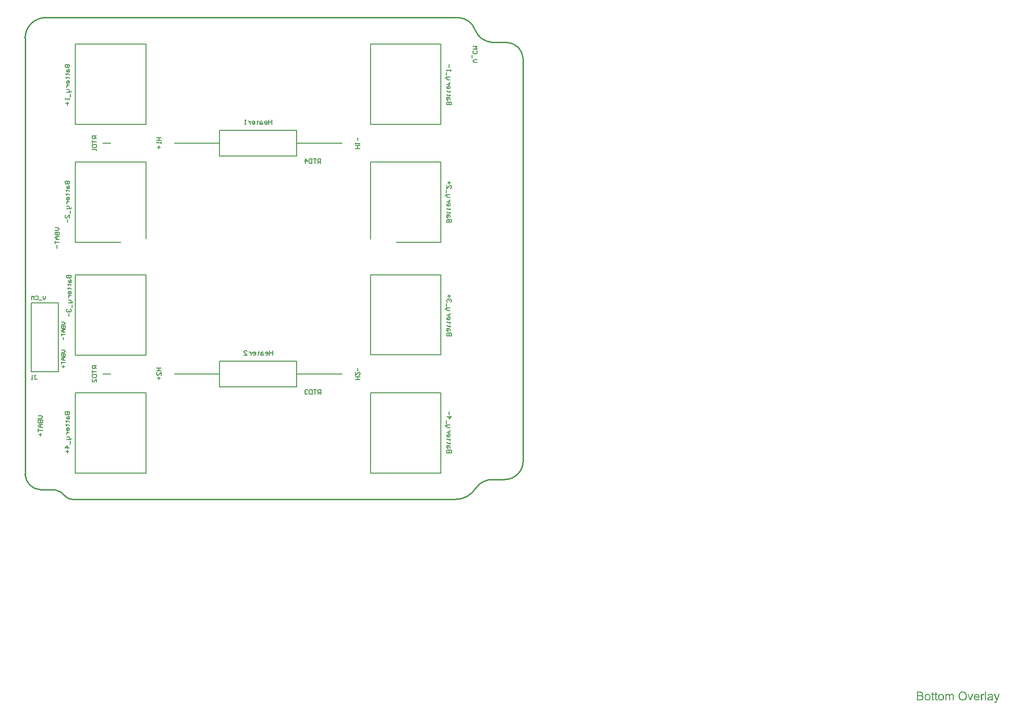
<source format=gbo>
G04*
G04 #@! TF.GenerationSoftware,Altium Limited,Altium Designer,18.1.7 (191)*
G04*
G04 Layer_Color=32896*
%FSLAX25Y25*%
%MOIN*%
G70*
G01*
G75*
%ADD10C,0.00787*%
%ADD12C,0.01000*%
%ADD15C,0.00799*%
%ADD36C,0.00709*%
G36*
X696721Y-140876D02*
X696822Y-140894D01*
X696940Y-140930D01*
X697068Y-140976D01*
X697213Y-141040D01*
X697368Y-141122D01*
X697086Y-141832D01*
X697077Y-141823D01*
X697040Y-141805D01*
X696986Y-141778D01*
X696913Y-141750D01*
X696831Y-141723D01*
X696731Y-141695D01*
X696630Y-141677D01*
X696530Y-141668D01*
X696485D01*
X696439Y-141677D01*
X696375Y-141686D01*
X696311Y-141705D01*
X696229Y-141732D01*
X696147Y-141768D01*
X696075Y-141823D01*
X696066Y-141832D01*
X696038Y-141850D01*
X696011Y-141887D01*
X695965Y-141932D01*
X695920Y-141996D01*
X695874Y-142069D01*
X695829Y-142151D01*
X695792Y-142251D01*
X695783Y-142269D01*
X695774Y-142324D01*
X695756Y-142406D01*
X695728Y-142515D01*
X695701Y-142652D01*
X695683Y-142807D01*
X695674Y-142971D01*
X695665Y-143153D01*
Y-145540D01*
X694890D01*
Y-140967D01*
X695592D01*
Y-141659D01*
X695601Y-141650D01*
X695637Y-141586D01*
X695683Y-141504D01*
X695756Y-141404D01*
X695829Y-141304D01*
X695911Y-141194D01*
X695993Y-141103D01*
X696075Y-141031D01*
X696084Y-141021D01*
X696111Y-141003D01*
X696166Y-140976D01*
X696220Y-140948D01*
X696293Y-140921D01*
X696384Y-140894D01*
X696475Y-140876D01*
X696576Y-140866D01*
X696639D01*
X696721Y-140876D01*
D02*
G37*
G36*
X673837D02*
X673901D01*
X673965Y-140885D01*
X674120Y-140912D01*
X674284Y-140958D01*
X674457Y-141031D01*
X674630Y-141122D01*
X674775Y-141249D01*
X674794Y-141267D01*
X674830Y-141322D01*
X674894Y-141404D01*
X674921Y-141468D01*
X674958Y-141532D01*
X674994Y-141613D01*
X675021Y-141695D01*
X675058Y-141787D01*
X675085Y-141896D01*
X675103Y-142005D01*
X675122Y-142133D01*
X675140Y-142260D01*
Y-142406D01*
Y-145540D01*
X674365D01*
Y-142670D01*
Y-142661D01*
Y-142652D01*
Y-142597D01*
Y-142515D01*
X674356Y-142415D01*
X674347Y-142306D01*
X674338Y-142197D01*
X674320Y-142087D01*
X674293Y-142005D01*
Y-141996D01*
X674274Y-141969D01*
X674256Y-141932D01*
X674229Y-141887D01*
X674192Y-141832D01*
X674147Y-141778D01*
X674092Y-141723D01*
X674019Y-141668D01*
X674010Y-141659D01*
X673983Y-141650D01*
X673946Y-141632D01*
X673883Y-141604D01*
X673819Y-141577D01*
X673737Y-141559D01*
X673655Y-141550D01*
X673555Y-141541D01*
X673509D01*
X673473Y-141550D01*
X673382Y-141559D01*
X673272Y-141577D01*
X673145Y-141623D01*
X673008Y-141677D01*
X672871Y-141759D01*
X672744Y-141869D01*
X672735Y-141887D01*
X672698Y-141932D01*
X672644Y-142005D01*
X672589Y-142115D01*
X672525Y-142260D01*
X672480Y-142433D01*
X672443Y-142643D01*
X672425Y-142889D01*
Y-145540D01*
X671651D01*
Y-142579D01*
Y-142570D01*
Y-142552D01*
Y-142534D01*
Y-142497D01*
X671642Y-142397D01*
X671623Y-142288D01*
X671605Y-142160D01*
X671569Y-142033D01*
X671523Y-141914D01*
X671459Y-141805D01*
X671450Y-141796D01*
X671423Y-141759D01*
X671377Y-141723D01*
X671314Y-141668D01*
X671232Y-141623D01*
X671122Y-141577D01*
X670995Y-141550D01*
X670840Y-141541D01*
X670785D01*
X670721Y-141550D01*
X670649Y-141559D01*
X670557Y-141586D01*
X670448Y-141613D01*
X670348Y-141659D01*
X670239Y-141714D01*
X670229Y-141723D01*
X670193Y-141750D01*
X670148Y-141787D01*
X670084Y-141841D01*
X670020Y-141914D01*
X669956Y-142005D01*
X669892Y-142105D01*
X669838Y-142224D01*
X669829Y-142242D01*
X669820Y-142288D01*
X669801Y-142360D01*
X669774Y-142461D01*
X669747Y-142597D01*
X669729Y-142761D01*
X669719Y-142953D01*
X669710Y-143171D01*
Y-145540D01*
X668936D01*
Y-140967D01*
X669628D01*
Y-141623D01*
X669637Y-141604D01*
X669665Y-141568D01*
X669719Y-141504D01*
X669783Y-141431D01*
X669865Y-141340D01*
X669965Y-141249D01*
X670075Y-141158D01*
X670202Y-141076D01*
X670220Y-141067D01*
X670266Y-141040D01*
X670339Y-141012D01*
X670439Y-140967D01*
X670557Y-140930D01*
X670694Y-140903D01*
X670849Y-140876D01*
X671013Y-140866D01*
X671095D01*
X671195Y-140876D01*
X671305Y-140894D01*
X671441Y-140921D01*
X671578Y-140958D01*
X671714Y-141012D01*
X671842Y-141085D01*
X671860Y-141094D01*
X671897Y-141122D01*
X671951Y-141167D01*
X672024Y-141240D01*
X672097Y-141322D01*
X672179Y-141422D01*
X672252Y-141541D01*
X672307Y-141677D01*
X672316Y-141668D01*
X672334Y-141641D01*
X672361Y-141604D01*
X672407Y-141550D01*
X672462Y-141486D01*
X672525Y-141422D01*
X672598Y-141349D01*
X672689Y-141267D01*
X672789Y-141194D01*
X672890Y-141122D01*
X673008Y-141058D01*
X673136Y-140994D01*
X673272Y-140939D01*
X673418Y-140903D01*
X673564Y-140876D01*
X673728Y-140866D01*
X673792D01*
X673837Y-140876D01*
D02*
G37*
G36*
X687566Y-145540D02*
X686828D01*
X685106Y-140967D01*
X685926D01*
X686910Y-143709D01*
Y-143718D01*
X686919Y-143727D01*
X686928Y-143754D01*
X686937Y-143782D01*
X686965Y-143873D01*
X687001Y-143991D01*
X687047Y-144128D01*
X687101Y-144283D01*
X687147Y-144456D01*
X687201Y-144629D01*
X687211Y-144611D01*
X687220Y-144565D01*
X687247Y-144492D01*
X687274Y-144383D01*
X687320Y-144264D01*
X687365Y-144110D01*
X687429Y-143946D01*
X687493Y-143763D01*
X688504Y-140967D01*
X689306D01*
X687566Y-145540D01*
D02*
G37*
G36*
X706697Y-145613D02*
Y-145622D01*
X706688Y-145649D01*
X706670Y-145686D01*
X706651Y-145731D01*
X706624Y-145795D01*
X706597Y-145868D01*
X706533Y-146023D01*
X706469Y-146196D01*
X706396Y-146369D01*
X706323Y-146524D01*
X706287Y-146588D01*
X706260Y-146651D01*
X706250Y-146670D01*
X706223Y-146715D01*
X706178Y-146779D01*
X706123Y-146861D01*
X706050Y-146952D01*
X705968Y-147043D01*
X705886Y-147134D01*
X705786Y-147207D01*
X705777Y-147216D01*
X705740Y-147234D01*
X705686Y-147262D01*
X705604Y-147298D01*
X705513Y-147335D01*
X705403Y-147362D01*
X705285Y-147380D01*
X705148Y-147389D01*
X705112D01*
X705066Y-147380D01*
X705002D01*
X704929Y-147362D01*
X704847Y-147344D01*
X704756Y-147326D01*
X704656Y-147289D01*
X704574Y-146569D01*
X704583D01*
X704620Y-146579D01*
X704665Y-146588D01*
X704720Y-146606D01*
X704866Y-146633D01*
X705012Y-146642D01*
X705057D01*
X705103Y-146633D01*
X705157D01*
X705294Y-146606D01*
X705358Y-146579D01*
X705421Y-146551D01*
X705431D01*
X705449Y-146533D01*
X705476Y-146515D01*
X705513Y-146487D01*
X705594Y-146414D01*
X705667Y-146314D01*
Y-146305D01*
X705686Y-146287D01*
X705704Y-146250D01*
X705722Y-146196D01*
X705758Y-146123D01*
X705795Y-146014D01*
X705850Y-145886D01*
X705904Y-145731D01*
Y-145722D01*
X705923Y-145686D01*
X705941Y-145622D01*
X705977Y-145540D01*
X704246Y-140967D01*
X705066D01*
X706023Y-143618D01*
Y-143627D01*
X706032Y-143636D01*
X706041Y-143663D01*
X706050Y-143709D01*
X706068Y-143754D01*
X706086Y-143809D01*
X706132Y-143937D01*
X706187Y-144091D01*
X706241Y-144274D01*
X706296Y-144465D01*
X706351Y-144675D01*
Y-144665D01*
X706360Y-144647D01*
X706369Y-144620D01*
X706378Y-144583D01*
X706387Y-144538D01*
X706405Y-144483D01*
X706442Y-144346D01*
X706487Y-144192D01*
X706551Y-144009D01*
X706606Y-143827D01*
X706679Y-143636D01*
X707662Y-140967D01*
X708437D01*
X706697Y-145613D01*
D02*
G37*
G36*
X701923Y-140876D02*
X702060Y-140885D01*
X702215Y-140903D01*
X702370Y-140930D01*
X702525Y-140967D01*
X702670Y-141012D01*
X702688Y-141021D01*
X702734Y-141040D01*
X702798Y-141067D01*
X702880Y-141103D01*
X702971Y-141158D01*
X703062Y-141213D01*
X703144Y-141286D01*
X703217Y-141358D01*
X703226Y-141367D01*
X703244Y-141395D01*
X703271Y-141440D01*
X703308Y-141495D01*
X703354Y-141577D01*
X703390Y-141659D01*
X703426Y-141759D01*
X703454Y-141878D01*
Y-141887D01*
X703463Y-141914D01*
X703472Y-141969D01*
X703481Y-142042D01*
Y-142142D01*
X703490Y-142260D01*
X703499Y-142415D01*
Y-142588D01*
Y-143627D01*
Y-143636D01*
Y-143672D01*
Y-143727D01*
Y-143800D01*
Y-143882D01*
Y-143982D01*
X703508Y-144201D01*
Y-144429D01*
X703517Y-144656D01*
X703527Y-144756D01*
Y-144848D01*
X703536Y-144930D01*
X703545Y-144993D01*
Y-145002D01*
X703554Y-145039D01*
X703563Y-145094D01*
X703590Y-145166D01*
X703609Y-145248D01*
X703645Y-145340D01*
X703690Y-145440D01*
X703736Y-145540D01*
X702925D01*
X702916Y-145531D01*
X702907Y-145494D01*
X702889Y-145449D01*
X702861Y-145376D01*
X702834Y-145294D01*
X702816Y-145194D01*
X702798Y-145084D01*
X702779Y-144966D01*
X702770D01*
X702761Y-144984D01*
X702707Y-145030D01*
X702625Y-145094D01*
X702515Y-145176D01*
X702379Y-145257D01*
X702242Y-145349D01*
X702096Y-145431D01*
X701941Y-145494D01*
X701923Y-145503D01*
X701868Y-145513D01*
X701787Y-145540D01*
X701686Y-145567D01*
X701559Y-145595D01*
X701413Y-145613D01*
X701249Y-145631D01*
X701085Y-145640D01*
X701012D01*
X700957Y-145631D01*
X700894D01*
X700821Y-145622D01*
X700657Y-145595D01*
X700475Y-145549D01*
X700274Y-145485D01*
X700092Y-145394D01*
X699928Y-145276D01*
X699910Y-145257D01*
X699864Y-145212D01*
X699801Y-145130D01*
X699728Y-145021D01*
X699655Y-144884D01*
X699591Y-144729D01*
X699545Y-144538D01*
X699536Y-144447D01*
X699527Y-144337D01*
Y-144319D01*
Y-144283D01*
X699536Y-144219D01*
X699545Y-144137D01*
X699564Y-144037D01*
X699591Y-143937D01*
X699627Y-143827D01*
X699673Y-143727D01*
X699682Y-143718D01*
X699700Y-143682D01*
X699737Y-143627D01*
X699782Y-143563D01*
X699837Y-143490D01*
X699910Y-143417D01*
X699983Y-143344D01*
X700074Y-143281D01*
X700083Y-143272D01*
X700119Y-143253D01*
X700165Y-143217D01*
X700238Y-143180D01*
X700320Y-143144D01*
X700420Y-143098D01*
X700520Y-143062D01*
X700639Y-143026D01*
X700648D01*
X700684Y-143017D01*
X700739Y-142998D01*
X700812Y-142989D01*
X700903Y-142971D01*
X701021Y-142953D01*
X701158Y-142925D01*
X701322Y-142907D01*
X701331D01*
X701368Y-142898D01*
X701413D01*
X701477Y-142889D01*
X701550Y-142880D01*
X701641Y-142862D01*
X701741Y-142852D01*
X701850Y-142834D01*
X702069Y-142789D01*
X702306Y-142743D01*
X702515Y-142689D01*
X702616Y-142661D01*
X702707Y-142634D01*
Y-142625D01*
Y-142606D01*
X702716Y-142552D01*
Y-142488D01*
Y-142452D01*
Y-142433D01*
Y-142424D01*
Y-142415D01*
Y-142360D01*
X702707Y-142269D01*
X702688Y-142169D01*
X702661Y-142060D01*
X702616Y-141951D01*
X702561Y-141850D01*
X702488Y-141768D01*
X702479Y-141759D01*
X702433Y-141723D01*
X702360Y-141686D01*
X702269Y-141632D01*
X702142Y-141586D01*
X701996Y-141541D01*
X701814Y-141513D01*
X701604Y-141504D01*
X701513D01*
X701422Y-141513D01*
X701295Y-141532D01*
X701167Y-141550D01*
X701030Y-141586D01*
X700903Y-141632D01*
X700794Y-141695D01*
X700784Y-141705D01*
X700748Y-141732D01*
X700702Y-141778D01*
X700648Y-141850D01*
X700593Y-141941D01*
X700529Y-142060D01*
X700475Y-142206D01*
X700420Y-142370D01*
X699664Y-142269D01*
Y-142260D01*
X699673Y-142251D01*
Y-142224D01*
X699682Y-142187D01*
X699710Y-142105D01*
X699746Y-141987D01*
X699791Y-141869D01*
X699846Y-141741D01*
X699919Y-141613D01*
X700001Y-141495D01*
X700010Y-141486D01*
X700046Y-141449D01*
X700101Y-141395D01*
X700174Y-141322D01*
X700274Y-141249D01*
X700393Y-141176D01*
X700529Y-141094D01*
X700684Y-141031D01*
X700693D01*
X700702Y-141021D01*
X700730Y-141012D01*
X700766Y-141003D01*
X700857Y-140976D01*
X700985Y-140948D01*
X701131Y-140921D01*
X701313Y-140894D01*
X701504Y-140876D01*
X701723Y-140866D01*
X701823D01*
X701923Y-140876D01*
D02*
G37*
G36*
X698589Y-145540D02*
X697815D01*
Y-139236D01*
X698589D01*
Y-145540D01*
D02*
G37*
G36*
X650971Y-139245D02*
X651044D01*
X651208Y-139263D01*
X651390Y-139281D01*
X651581Y-139318D01*
X651773Y-139363D01*
X651946Y-139427D01*
X651955D01*
X651964Y-139436D01*
X652019Y-139464D01*
X652101Y-139509D01*
X652192Y-139573D01*
X652301Y-139655D01*
X652420Y-139755D01*
X652529Y-139883D01*
X652629Y-140019D01*
X652638Y-140038D01*
X652665Y-140092D01*
X652711Y-140165D01*
X652757Y-140274D01*
X652802Y-140402D01*
X652848Y-140539D01*
X652875Y-140693D01*
X652884Y-140848D01*
Y-140866D01*
Y-140912D01*
X652875Y-140994D01*
X652857Y-141094D01*
X652829Y-141213D01*
X652784Y-141340D01*
X652729Y-141468D01*
X652656Y-141604D01*
X652647Y-141623D01*
X652620Y-141659D01*
X652565Y-141732D01*
X652492Y-141805D01*
X652401Y-141896D01*
X652292Y-141996D01*
X652155Y-142087D01*
X652000Y-142178D01*
X652009D01*
X652028Y-142187D01*
X652055Y-142197D01*
X652092Y-142215D01*
X652201Y-142251D01*
X652328Y-142315D01*
X652465Y-142397D01*
X652620Y-142497D01*
X652757Y-142616D01*
X652884Y-142761D01*
X652893Y-142780D01*
X652930Y-142834D01*
X652984Y-142916D01*
X653039Y-143026D01*
X653094Y-143171D01*
X653148Y-143326D01*
X653185Y-143508D01*
X653194Y-143709D01*
Y-143718D01*
Y-143727D01*
Y-143782D01*
X653185Y-143873D01*
X653166Y-143982D01*
X653148Y-144110D01*
X653112Y-144246D01*
X653066Y-144392D01*
X653003Y-144538D01*
X652993Y-144556D01*
X652966Y-144602D01*
X652930Y-144665D01*
X652875Y-144756D01*
X652802Y-144848D01*
X652729Y-144948D01*
X652638Y-145048D01*
X652538Y-145130D01*
X652529Y-145139D01*
X652492Y-145166D01*
X652429Y-145203D01*
X652347Y-145239D01*
X652246Y-145294D01*
X652128Y-145349D01*
X652000Y-145394D01*
X651846Y-145440D01*
X651827D01*
X651773Y-145458D01*
X651682Y-145467D01*
X651563Y-145485D01*
X651417Y-145503D01*
X651244Y-145522D01*
X651053Y-145531D01*
X650834Y-145540D01*
X648429D01*
Y-139236D01*
X650907D01*
X650971Y-139245D01*
D02*
G37*
G36*
X662495Y-140967D02*
X663279D01*
Y-141568D01*
X662495D01*
Y-144255D01*
Y-144274D01*
Y-144310D01*
Y-144365D01*
X662504Y-144429D01*
X662513Y-144574D01*
X662523Y-144638D01*
X662532Y-144684D01*
X662541Y-144702D01*
X662568Y-144738D01*
X662604Y-144784D01*
X662668Y-144829D01*
X662686Y-144838D01*
X662732Y-144857D01*
X662814Y-144875D01*
X662932Y-144884D01*
X663024D01*
X663069Y-144875D01*
X663133D01*
X663206Y-144866D01*
X663279Y-144857D01*
X663379Y-145540D01*
X663361D01*
X663324Y-145549D01*
X663260Y-145558D01*
X663178Y-145567D01*
X663087Y-145586D01*
X662987Y-145595D01*
X662787Y-145604D01*
X662714D01*
X662641Y-145595D01*
X662550Y-145586D01*
X662440Y-145576D01*
X662331Y-145549D01*
X662231Y-145522D01*
X662131Y-145476D01*
X662122Y-145467D01*
X662094Y-145449D01*
X662058Y-145422D01*
X662003Y-145376D01*
X661958Y-145330D01*
X661903Y-145267D01*
X661848Y-145203D01*
X661812Y-145121D01*
Y-145112D01*
X661794Y-145075D01*
X661785Y-145011D01*
X661766Y-144920D01*
X661748Y-144802D01*
X661739Y-144729D01*
Y-144647D01*
X661730Y-144547D01*
X661721Y-144447D01*
Y-144337D01*
Y-144210D01*
Y-141568D01*
X661147D01*
Y-140967D01*
X661721D01*
Y-139837D01*
X662495Y-139373D01*
Y-140967D01*
D02*
G37*
G36*
X660044D02*
X660828D01*
Y-141568D01*
X660044D01*
Y-144255D01*
Y-144274D01*
Y-144310D01*
Y-144365D01*
X660054Y-144429D01*
X660063Y-144574D01*
X660072Y-144638D01*
X660081Y-144684D01*
X660090Y-144702D01*
X660117Y-144738D01*
X660154Y-144784D01*
X660218Y-144829D01*
X660236Y-144838D01*
X660281Y-144857D01*
X660363Y-144875D01*
X660482Y-144884D01*
X660573D01*
X660618Y-144875D01*
X660682D01*
X660755Y-144866D01*
X660828Y-144857D01*
X660928Y-145540D01*
X660910D01*
X660874Y-145549D01*
X660810Y-145558D01*
X660728Y-145567D01*
X660637Y-145586D01*
X660536Y-145595D01*
X660336Y-145604D01*
X660263D01*
X660190Y-145595D01*
X660099Y-145586D01*
X659990Y-145576D01*
X659881Y-145549D01*
X659780Y-145522D01*
X659680Y-145476D01*
X659671Y-145467D01*
X659644Y-145449D01*
X659607Y-145422D01*
X659553Y-145376D01*
X659507Y-145330D01*
X659452Y-145267D01*
X659398Y-145203D01*
X659361Y-145121D01*
Y-145112D01*
X659343Y-145075D01*
X659334Y-145011D01*
X659316Y-144920D01*
X659298Y-144802D01*
X659288Y-144729D01*
Y-144647D01*
X659279Y-144547D01*
X659270Y-144447D01*
Y-144337D01*
Y-144210D01*
Y-141568D01*
X658696D01*
Y-140967D01*
X659270D01*
Y-139837D01*
X660044Y-139373D01*
Y-140967D01*
D02*
G37*
G36*
X692021Y-140876D02*
X692094Y-140885D01*
X692185Y-140903D01*
X692285Y-140921D01*
X692403Y-140948D01*
X692513Y-140976D01*
X692640Y-141021D01*
X692759Y-141067D01*
X692886Y-141131D01*
X693014Y-141204D01*
X693141Y-141286D01*
X693260Y-141386D01*
X693369Y-141495D01*
X693378Y-141504D01*
X693396Y-141522D01*
X693424Y-141559D01*
X693460Y-141613D01*
X693506Y-141677D01*
X693551Y-141750D01*
X693606Y-141841D01*
X693660Y-141951D01*
X693715Y-142069D01*
X693770Y-142197D01*
X693815Y-142342D01*
X693861Y-142497D01*
X693897Y-142670D01*
X693925Y-142852D01*
X693943Y-143044D01*
X693952Y-143253D01*
Y-143262D01*
Y-143299D01*
Y-143363D01*
X693943Y-143454D01*
X690527D01*
Y-143463D01*
Y-143490D01*
X690536Y-143527D01*
Y-143581D01*
X690545Y-143645D01*
X690563Y-143718D01*
X690590Y-143882D01*
X690645Y-144064D01*
X690718Y-144264D01*
X690818Y-144447D01*
X690946Y-144611D01*
X690955D01*
X690964Y-144629D01*
X691018Y-144675D01*
X691101Y-144738D01*
X691210Y-144802D01*
X691356Y-144875D01*
X691520Y-144939D01*
X691702Y-144984D01*
X691802Y-144993D01*
X691911Y-145002D01*
X691984D01*
X692066Y-144993D01*
X692166Y-144975D01*
X692276Y-144948D01*
X692403Y-144911D01*
X692522Y-144857D01*
X692640Y-144784D01*
X692649Y-144775D01*
X692695Y-144738D01*
X692749Y-144684D01*
X692813Y-144611D01*
X692886Y-144510D01*
X692968Y-144383D01*
X693050Y-144237D01*
X693123Y-144064D01*
X693925Y-144164D01*
Y-144173D01*
X693916Y-144192D01*
X693906Y-144228D01*
X693888Y-144283D01*
X693861Y-144337D01*
X693833Y-144410D01*
X693761Y-144565D01*
X693670Y-144738D01*
X693542Y-144920D01*
X693396Y-145094D01*
X693214Y-145257D01*
X693205D01*
X693187Y-145276D01*
X693159Y-145294D01*
X693123Y-145321D01*
X693068Y-145349D01*
X693014Y-145376D01*
X692941Y-145412D01*
X692859Y-145449D01*
X692768Y-145485D01*
X692677Y-145522D01*
X692449Y-145576D01*
X692194Y-145622D01*
X691911Y-145640D01*
X691811D01*
X691747Y-145631D01*
X691665Y-145622D01*
X691565Y-145604D01*
X691456Y-145586D01*
X691337Y-145567D01*
X691082Y-145494D01*
X690946Y-145440D01*
X690818Y-145385D01*
X690682Y-145312D01*
X690554Y-145230D01*
X690436Y-145139D01*
X690317Y-145030D01*
X690308Y-145021D01*
X690290Y-145002D01*
X690262Y-144966D01*
X690226Y-144911D01*
X690180Y-144848D01*
X690135Y-144775D01*
X690080Y-144684D01*
X690026Y-144583D01*
X689971Y-144465D01*
X689916Y-144337D01*
X689871Y-144192D01*
X689825Y-144037D01*
X689789Y-143873D01*
X689761Y-143691D01*
X689743Y-143499D01*
X689734Y-143299D01*
Y-143290D01*
Y-143244D01*
Y-143190D01*
X689743Y-143107D01*
X689752Y-143007D01*
X689761Y-142898D01*
X689780Y-142771D01*
X689807Y-142643D01*
X689880Y-142351D01*
X689925Y-142206D01*
X689980Y-142051D01*
X690053Y-141905D01*
X690135Y-141768D01*
X690226Y-141632D01*
X690326Y-141504D01*
X690335Y-141495D01*
X690353Y-141477D01*
X690390Y-141449D01*
X690436Y-141404D01*
X690490Y-141358D01*
X690563Y-141304D01*
X690645Y-141240D01*
X690745Y-141185D01*
X690845Y-141122D01*
X690964Y-141067D01*
X691091Y-141012D01*
X691228Y-140967D01*
X691374Y-140921D01*
X691529Y-140894D01*
X691693Y-140876D01*
X691866Y-140866D01*
X691957D01*
X692021Y-140876D01*
D02*
G37*
G36*
X666048D02*
X666130Y-140885D01*
X666221Y-140903D01*
X666321Y-140921D01*
X666440Y-140939D01*
X666686Y-141021D01*
X666813Y-141067D01*
X666941Y-141131D01*
X667068Y-141194D01*
X667196Y-141286D01*
X667314Y-141377D01*
X667433Y-141486D01*
X667442Y-141495D01*
X667460Y-141513D01*
X667487Y-141550D01*
X667524Y-141595D01*
X667569Y-141659D01*
X667624Y-141741D01*
X667679Y-141832D01*
X667733Y-141932D01*
X667788Y-142042D01*
X667843Y-142178D01*
X667897Y-142315D01*
X667943Y-142470D01*
X667979Y-142634D01*
X668007Y-142807D01*
X668025Y-142989D01*
X668034Y-143190D01*
Y-143199D01*
Y-143226D01*
Y-143272D01*
Y-143335D01*
X668025Y-143408D01*
X668016Y-143499D01*
Y-143590D01*
X667998Y-143691D01*
X667970Y-143918D01*
X667916Y-144146D01*
X667852Y-144374D01*
X667761Y-144583D01*
Y-144592D01*
X667752Y-144602D01*
X667733Y-144629D01*
X667715Y-144665D01*
X667651Y-144756D01*
X667569Y-144866D01*
X667460Y-144993D01*
X667323Y-145121D01*
X667169Y-145248D01*
X666986Y-145367D01*
X666977D01*
X666968Y-145376D01*
X666941Y-145394D01*
X666895Y-145412D01*
X666850Y-145431D01*
X666795Y-145449D01*
X666658Y-145503D01*
X666503Y-145549D01*
X666312Y-145595D01*
X666112Y-145631D01*
X665893Y-145640D01*
X665802D01*
X665729Y-145631D01*
X665647Y-145622D01*
X665556Y-145604D01*
X665447Y-145586D01*
X665337Y-145567D01*
X665092Y-145494D01*
X664955Y-145440D01*
X664827Y-145385D01*
X664700Y-145312D01*
X664572Y-145230D01*
X664454Y-145139D01*
X664335Y-145030D01*
X664326Y-145021D01*
X664308Y-145002D01*
X664281Y-144966D01*
X664244Y-144911D01*
X664199Y-144848D01*
X664153Y-144775D01*
X664099Y-144684D01*
X664044Y-144574D01*
X663989Y-144456D01*
X663935Y-144319D01*
X663889Y-144173D01*
X663843Y-144019D01*
X663807Y-143845D01*
X663780Y-143663D01*
X663761Y-143463D01*
X663752Y-143253D01*
Y-143235D01*
Y-143199D01*
X663761Y-143135D01*
Y-143044D01*
X663770Y-142944D01*
X663789Y-142816D01*
X663807Y-142689D01*
X663843Y-142543D01*
X663880Y-142397D01*
X663925Y-142242D01*
X663980Y-142078D01*
X664053Y-141923D01*
X664126Y-141778D01*
X664226Y-141632D01*
X664326Y-141495D01*
X664454Y-141377D01*
X664463Y-141367D01*
X664481Y-141358D01*
X664517Y-141331D01*
X664563Y-141295D01*
X664618Y-141258D01*
X664691Y-141213D01*
X664763Y-141167D01*
X664855Y-141122D01*
X664955Y-141076D01*
X665064Y-141031D01*
X665310Y-140948D01*
X665592Y-140885D01*
X665738Y-140876D01*
X665893Y-140866D01*
X665984D01*
X666048Y-140876D01*
D02*
G37*
G36*
X656246D02*
X656328Y-140885D01*
X656419Y-140903D01*
X656519Y-140921D01*
X656637Y-140939D01*
X656883Y-141021D01*
X657011Y-141067D01*
X657138Y-141131D01*
X657266Y-141194D01*
X657394Y-141286D01*
X657512Y-141377D01*
X657630Y-141486D01*
X657640Y-141495D01*
X657658Y-141513D01*
X657685Y-141550D01*
X657722Y-141595D01*
X657767Y-141659D01*
X657822Y-141741D01*
X657876Y-141832D01*
X657931Y-141932D01*
X657986Y-142042D01*
X658040Y-142178D01*
X658095Y-142315D01*
X658141Y-142470D01*
X658177Y-142634D01*
X658204Y-142807D01*
X658222Y-142989D01*
X658232Y-143190D01*
Y-143199D01*
Y-143226D01*
Y-143272D01*
Y-143335D01*
X658222Y-143408D01*
X658213Y-143499D01*
Y-143590D01*
X658195Y-143691D01*
X658168Y-143918D01*
X658113Y-144146D01*
X658049Y-144374D01*
X657958Y-144583D01*
Y-144592D01*
X657949Y-144602D01*
X657931Y-144629D01*
X657913Y-144665D01*
X657849Y-144756D01*
X657767Y-144866D01*
X657658Y-144993D01*
X657521Y-145121D01*
X657366Y-145248D01*
X657184Y-145367D01*
X657175D01*
X657166Y-145376D01*
X657138Y-145394D01*
X657093Y-145412D01*
X657047Y-145431D01*
X656993Y-145449D01*
X656856Y-145503D01*
X656701Y-145549D01*
X656510Y-145595D01*
X656309Y-145631D01*
X656091Y-145640D01*
X656000D01*
X655927Y-145631D01*
X655845Y-145622D01*
X655754Y-145604D01*
X655644Y-145586D01*
X655535Y-145567D01*
X655289Y-145494D01*
X655153Y-145440D01*
X655025Y-145385D01*
X654897Y-145312D01*
X654770Y-145230D01*
X654651Y-145139D01*
X654533Y-145030D01*
X654524Y-145021D01*
X654506Y-145002D01*
X654478Y-144966D01*
X654442Y-144911D01*
X654396Y-144848D01*
X654351Y-144775D01*
X654296Y-144684D01*
X654242Y-144574D01*
X654187Y-144456D01*
X654132Y-144319D01*
X654087Y-144173D01*
X654041Y-144019D01*
X654005Y-143845D01*
X653977Y-143663D01*
X653959Y-143463D01*
X653950Y-143253D01*
Y-143235D01*
Y-143199D01*
X653959Y-143135D01*
Y-143044D01*
X653968Y-142944D01*
X653986Y-142816D01*
X654005Y-142689D01*
X654041Y-142543D01*
X654077Y-142397D01*
X654123Y-142242D01*
X654178Y-142078D01*
X654251Y-141923D01*
X654323Y-141778D01*
X654424Y-141632D01*
X654524Y-141495D01*
X654651Y-141377D01*
X654661Y-141367D01*
X654679Y-141358D01*
X654715Y-141331D01*
X654761Y-141295D01*
X654815Y-141258D01*
X654888Y-141213D01*
X654961Y-141167D01*
X655052Y-141122D01*
X655153Y-141076D01*
X655262Y-141031D01*
X655508Y-140948D01*
X655790Y-140885D01*
X655936Y-140876D01*
X656091Y-140866D01*
X656182D01*
X656246Y-140876D01*
D02*
G37*
G36*
X681744Y-139136D02*
X681826D01*
X681909Y-139145D01*
X682018Y-139163D01*
X682127Y-139181D01*
X682364Y-139227D01*
X682637Y-139300D01*
X682901Y-139409D01*
X683038Y-139473D01*
X683175Y-139546D01*
X683184Y-139555D01*
X683202Y-139564D01*
X683239Y-139591D01*
X683293Y-139618D01*
X683348Y-139664D01*
X683421Y-139719D01*
X683576Y-139846D01*
X683740Y-140010D01*
X683922Y-140211D01*
X684095Y-140447D01*
X684241Y-140712D01*
Y-140721D01*
X684259Y-140748D01*
X684277Y-140785D01*
X684295Y-140839D01*
X684332Y-140912D01*
X684359Y-140994D01*
X684396Y-141094D01*
X684432Y-141204D01*
X684459Y-141322D01*
X684496Y-141449D01*
X684532Y-141595D01*
X684559Y-141741D01*
X684596Y-142060D01*
X684614Y-142406D01*
Y-142415D01*
Y-142452D01*
Y-142497D01*
X684605Y-142570D01*
Y-142652D01*
X684596Y-142752D01*
X684578Y-142862D01*
X684569Y-142980D01*
X684523Y-143244D01*
X684450Y-143536D01*
X684350Y-143827D01*
X684295Y-143973D01*
X684223Y-144119D01*
Y-144128D01*
X684204Y-144155D01*
X684186Y-144192D01*
X684150Y-144246D01*
X684113Y-144310D01*
X684068Y-144374D01*
X683940Y-144547D01*
X683785Y-144729D01*
X683603Y-144920D01*
X683384Y-145103D01*
X683129Y-145267D01*
X683120D01*
X683102Y-145285D01*
X683056Y-145303D01*
X683002Y-145330D01*
X682938Y-145358D01*
X682865Y-145385D01*
X682774Y-145422D01*
X682674Y-145458D01*
X682564Y-145494D01*
X682446Y-145531D01*
X682182Y-145586D01*
X681899Y-145631D01*
X681599Y-145649D01*
X681508D01*
X681453Y-145640D01*
X681371D01*
X681280Y-145622D01*
X681180Y-145613D01*
X681061Y-145595D01*
X680815Y-145540D01*
X680551Y-145467D01*
X680278Y-145358D01*
X680141Y-145294D01*
X680005Y-145221D01*
X679995Y-145212D01*
X679977Y-145203D01*
X679941Y-145176D01*
X679886Y-145139D01*
X679832Y-145103D01*
X679768Y-145048D01*
X679613Y-144911D01*
X679440Y-144747D01*
X679257Y-144547D01*
X679094Y-144319D01*
X678939Y-144055D01*
Y-144046D01*
X678920Y-144019D01*
X678902Y-143982D01*
X678884Y-143927D01*
X678857Y-143855D01*
X678829Y-143773D01*
X678793Y-143682D01*
X678766Y-143581D01*
X678729Y-143463D01*
X678693Y-143344D01*
X678638Y-143071D01*
X678602Y-142789D01*
X678583Y-142479D01*
Y-142470D01*
Y-142461D01*
Y-142406D01*
X678592Y-142324D01*
Y-142215D01*
X678611Y-142087D01*
X678629Y-141932D01*
X678656Y-141759D01*
X678693Y-141577D01*
X678729Y-141386D01*
X678784Y-141185D01*
X678857Y-140985D01*
X678939Y-140775D01*
X679030Y-140575D01*
X679148Y-140375D01*
X679276Y-140192D01*
X679422Y-140019D01*
X679431Y-140010D01*
X679458Y-139983D01*
X679513Y-139937D01*
X679576Y-139883D01*
X679658Y-139810D01*
X679759Y-139737D01*
X679877Y-139655D01*
X680014Y-139573D01*
X680159Y-139491D01*
X680323Y-139409D01*
X680506Y-139336D01*
X680697Y-139263D01*
X680906Y-139208D01*
X681125Y-139163D01*
X681353Y-139136D01*
X681599Y-139127D01*
X681681D01*
X681744Y-139136D01*
D02*
G37*
%LPC*%
G36*
X702716Y-143244D02*
X702707D01*
X702698Y-143253D01*
X702670Y-143262D01*
X702634Y-143272D01*
X702588Y-143290D01*
X702534Y-143308D01*
X702470Y-143326D01*
X702397Y-143344D01*
X702315Y-143372D01*
X702215Y-143390D01*
X702114Y-143417D01*
X701996Y-143445D01*
X701868Y-143472D01*
X701741Y-143499D01*
X701595Y-143517D01*
X701440Y-143545D01*
X701422D01*
X701368Y-143554D01*
X701276Y-143572D01*
X701176Y-143590D01*
X701067Y-143609D01*
X700957Y-143636D01*
X700857Y-143663D01*
X700766Y-143700D01*
X700757D01*
X700730Y-143718D01*
X700693Y-143736D01*
X700657Y-143763D01*
X700548Y-143836D01*
X700456Y-143946D01*
Y-143955D01*
X700438Y-143973D01*
X700429Y-144009D01*
X700411Y-144055D01*
X700393Y-144110D01*
X700375Y-144164D01*
X700365Y-144237D01*
X700356Y-144310D01*
Y-144319D01*
Y-144365D01*
X700365Y-144419D01*
X700384Y-144492D01*
X700411Y-144574D01*
X700456Y-144656D01*
X700511Y-144747D01*
X700584Y-144829D01*
X700593Y-144838D01*
X700630Y-144857D01*
X700684Y-144893D01*
X700757Y-144930D01*
X700857Y-144966D01*
X700976Y-145002D01*
X701112Y-145021D01*
X701276Y-145030D01*
X701349D01*
X701440Y-145021D01*
X701541Y-145002D01*
X701668Y-144984D01*
X701796Y-144948D01*
X701932Y-144902D01*
X702069Y-144838D01*
X702087Y-144829D01*
X702124Y-144802D01*
X702187Y-144756D01*
X702260Y-144693D01*
X702342Y-144620D01*
X702433Y-144529D01*
X702506Y-144419D01*
X702579Y-144301D01*
X702588Y-144292D01*
X702597Y-144255D01*
X702616Y-144192D01*
X702643Y-144110D01*
X702670Y-144000D01*
X702688Y-143873D01*
X702698Y-143718D01*
X702707Y-143536D01*
X702716Y-143244D01*
D02*
G37*
G36*
X650761Y-139983D02*
X649267D01*
Y-141878D01*
X650816D01*
X650935Y-141869D01*
X651062Y-141859D01*
X651190Y-141850D01*
X651317Y-141832D01*
X651417Y-141814D01*
X651436Y-141805D01*
X651472Y-141796D01*
X651527Y-141768D01*
X651600Y-141732D01*
X651672Y-141695D01*
X651754Y-141641D01*
X651836Y-141568D01*
X651900Y-141495D01*
X651909Y-141486D01*
X651928Y-141459D01*
X651955Y-141404D01*
X651982Y-141340D01*
X652009Y-141267D01*
X652037Y-141176D01*
X652055Y-141067D01*
X652064Y-140948D01*
Y-140930D01*
Y-140894D01*
X652055Y-140839D01*
X652046Y-140766D01*
X652028Y-140675D01*
X652000Y-140584D01*
X651964Y-140493D01*
X651909Y-140402D01*
X651900Y-140393D01*
X651882Y-140365D01*
X651846Y-140320D01*
X651800Y-140274D01*
X651736Y-140220D01*
X651663Y-140165D01*
X651572Y-140110D01*
X651472Y-140074D01*
X651463D01*
X651417Y-140056D01*
X651354Y-140047D01*
X651253Y-140028D01*
X651117Y-140010D01*
X650962Y-140001D01*
X650761Y-139983D01*
D02*
G37*
G36*
X650925Y-142625D02*
X649267D01*
Y-144793D01*
X651062D01*
X651253Y-144784D01*
X651335Y-144775D01*
X651408Y-144766D01*
X651417D01*
X651454Y-144756D01*
X651509Y-144747D01*
X651572Y-144729D01*
X651727Y-144675D01*
X651882Y-144602D01*
X651891Y-144592D01*
X651918Y-144574D01*
X651955Y-144547D01*
X652000Y-144510D01*
X652046Y-144456D01*
X652110Y-144401D01*
X652155Y-144328D01*
X652210Y-144246D01*
X652219Y-144237D01*
X652228Y-144210D01*
X652246Y-144155D01*
X652274Y-144091D01*
X652301Y-144019D01*
X652319Y-143927D01*
X652328Y-143818D01*
X652338Y-143709D01*
Y-143691D01*
Y-143654D01*
X652328Y-143581D01*
X652310Y-143499D01*
X652292Y-143408D01*
X652255Y-143308D01*
X652210Y-143208D01*
X652146Y-143107D01*
X652137Y-143098D01*
X652110Y-143062D01*
X652073Y-143017D01*
X652019Y-142962D01*
X651946Y-142898D01*
X651855Y-142834D01*
X651754Y-142780D01*
X651636Y-142734D01*
X651618Y-142725D01*
X651581Y-142716D01*
X651499Y-142698D01*
X651399Y-142679D01*
X651272Y-142661D01*
X651117Y-142643D01*
X650925Y-142625D01*
D02*
G37*
G36*
X691875Y-141504D02*
X691820D01*
X691784Y-141513D01*
X691684Y-141522D01*
X691565Y-141550D01*
X691419Y-141595D01*
X691264Y-141659D01*
X691119Y-141750D01*
X690973Y-141869D01*
X690955Y-141887D01*
X690918Y-141932D01*
X690855Y-142014D01*
X690791Y-142124D01*
X690718Y-142251D01*
X690654Y-142415D01*
X690599Y-142606D01*
X690572Y-142816D01*
X693132D01*
Y-142807D01*
Y-142789D01*
X693123Y-142761D01*
Y-142725D01*
X693105Y-142616D01*
X693077Y-142497D01*
X693032Y-142351D01*
X692986Y-142215D01*
X692913Y-142078D01*
X692831Y-141960D01*
Y-141951D01*
X692813Y-141941D01*
X692768Y-141887D01*
X692686Y-141814D01*
X692576Y-141732D01*
X692440Y-141650D01*
X692276Y-141577D01*
X692084Y-141522D01*
X691984Y-141513D01*
X691875Y-141504D01*
D02*
G37*
G36*
X665893D02*
X665838D01*
X665793Y-141513D01*
X665693Y-141522D01*
X665556Y-141559D01*
X665401Y-141613D01*
X665237Y-141686D01*
X665082Y-141796D01*
X665000Y-141869D01*
X664927Y-141941D01*
Y-141951D01*
X664909Y-141960D01*
X664891Y-141987D01*
X664864Y-142024D01*
X664836Y-142069D01*
X664809Y-142124D01*
X664773Y-142197D01*
X664736Y-142269D01*
X664700Y-142360D01*
X664663Y-142452D01*
X664636Y-142561D01*
X664609Y-142679D01*
X664581Y-142807D01*
X664563Y-142944D01*
X664554Y-143098D01*
X664545Y-143253D01*
Y-143262D01*
Y-143290D01*
Y-143335D01*
X664554Y-143399D01*
Y-143472D01*
X664563Y-143554D01*
X664590Y-143745D01*
X664636Y-143964D01*
X664709Y-144183D01*
X664800Y-144392D01*
X664864Y-144483D01*
X664927Y-144574D01*
X664937D01*
X664946Y-144592D01*
X665000Y-144638D01*
X665082Y-144711D01*
X665192Y-144784D01*
X665328Y-144866D01*
X665492Y-144939D01*
X665684Y-144984D01*
X665784Y-144993D01*
X665893Y-145002D01*
X665948D01*
X665993Y-144993D01*
X666094Y-144975D01*
X666230Y-144948D01*
X666376Y-144893D01*
X666540Y-144820D01*
X666695Y-144711D01*
X666777Y-144638D01*
X666850Y-144565D01*
X666859Y-144556D01*
X666868Y-144547D01*
X666886Y-144520D01*
X666914Y-144483D01*
X666941Y-144438D01*
X666977Y-144383D01*
X667014Y-144310D01*
X667050Y-144237D01*
X667087Y-144146D01*
X667114Y-144046D01*
X667150Y-143937D01*
X667178Y-143818D01*
X667205Y-143682D01*
X667223Y-143545D01*
X667241Y-143390D01*
Y-143226D01*
Y-143217D01*
Y-143190D01*
Y-143144D01*
X667232Y-143089D01*
Y-143017D01*
X667223Y-142935D01*
X667196Y-142743D01*
X667150Y-142543D01*
X667077Y-142324D01*
X666977Y-142124D01*
X666923Y-142024D01*
X666850Y-141941D01*
Y-141932D01*
X666831Y-141923D01*
X666777Y-141869D01*
X666695Y-141805D01*
X666585Y-141723D01*
X666449Y-141641D01*
X666285Y-141568D01*
X666103Y-141522D01*
X666003Y-141513D01*
X665893Y-141504D01*
D02*
G37*
G36*
X656091D02*
X656036D01*
X655991Y-141513D01*
X655890Y-141522D01*
X655754Y-141559D01*
X655599Y-141613D01*
X655435Y-141686D01*
X655280Y-141796D01*
X655198Y-141869D01*
X655125Y-141941D01*
Y-141951D01*
X655107Y-141960D01*
X655089Y-141987D01*
X655061Y-142024D01*
X655034Y-142069D01*
X655007Y-142124D01*
X654970Y-142197D01*
X654934Y-142269D01*
X654897Y-142360D01*
X654861Y-142452D01*
X654834Y-142561D01*
X654806Y-142679D01*
X654779Y-142807D01*
X654761Y-142944D01*
X654752Y-143098D01*
X654742Y-143253D01*
Y-143262D01*
Y-143290D01*
Y-143335D01*
X654752Y-143399D01*
Y-143472D01*
X654761Y-143554D01*
X654788Y-143745D01*
X654834Y-143964D01*
X654907Y-144183D01*
X654998Y-144392D01*
X655061Y-144483D01*
X655125Y-144574D01*
X655134D01*
X655143Y-144592D01*
X655198Y-144638D01*
X655280Y-144711D01*
X655389Y-144784D01*
X655526Y-144866D01*
X655690Y-144939D01*
X655881Y-144984D01*
X655981Y-144993D01*
X656091Y-145002D01*
X656145D01*
X656191Y-144993D01*
X656291Y-144975D01*
X656428Y-144948D01*
X656574Y-144893D01*
X656738Y-144820D01*
X656892Y-144711D01*
X656975Y-144638D01*
X657047Y-144565D01*
X657057Y-144556D01*
X657066Y-144547D01*
X657084Y-144520D01*
X657111Y-144483D01*
X657138Y-144438D01*
X657175Y-144383D01*
X657211Y-144310D01*
X657248Y-144237D01*
X657284Y-144146D01*
X657311Y-144046D01*
X657348Y-143937D01*
X657375Y-143818D01*
X657403Y-143682D01*
X657421Y-143545D01*
X657439Y-143390D01*
Y-143226D01*
Y-143217D01*
Y-143190D01*
Y-143144D01*
X657430Y-143089D01*
Y-143017D01*
X657421Y-142935D01*
X657394Y-142743D01*
X657348Y-142543D01*
X657275Y-142324D01*
X657175Y-142124D01*
X657120Y-142024D01*
X657047Y-141941D01*
Y-141932D01*
X657029Y-141923D01*
X656975Y-141869D01*
X656892Y-141805D01*
X656783Y-141723D01*
X656646Y-141641D01*
X656483Y-141568D01*
X656300Y-141522D01*
X656200Y-141513D01*
X656091Y-141504D01*
D02*
G37*
G36*
X681599Y-139846D02*
X681517D01*
X681453Y-139855D01*
X681371Y-139864D01*
X681289Y-139883D01*
X681189Y-139901D01*
X681079Y-139919D01*
X680843Y-139992D01*
X680715Y-140047D01*
X680588Y-140101D01*
X680451Y-140174D01*
X680323Y-140256D01*
X680196Y-140347D01*
X680077Y-140456D01*
X680068Y-140466D01*
X680050Y-140484D01*
X680023Y-140520D01*
X679977Y-140575D01*
X679932Y-140639D01*
X679877Y-140721D01*
X679822Y-140821D01*
X679759Y-140939D01*
X679704Y-141067D01*
X679640Y-141222D01*
X679586Y-141386D01*
X679540Y-141568D01*
X679494Y-141768D01*
X679467Y-141996D01*
X679449Y-142233D01*
X679440Y-142488D01*
Y-142497D01*
Y-142534D01*
Y-142597D01*
X679449Y-142679D01*
X679458Y-142771D01*
X679476Y-142880D01*
X679494Y-143007D01*
X679513Y-143135D01*
X679586Y-143426D01*
X679640Y-143572D01*
X679695Y-143727D01*
X679768Y-143873D01*
X679850Y-144019D01*
X679941Y-144155D01*
X680050Y-144283D01*
X680059Y-144292D01*
X680077Y-144310D01*
X680114Y-144346D01*
X680159Y-144383D01*
X680223Y-144438D01*
X680296Y-144492D01*
X680378Y-144547D01*
X680469Y-144611D01*
X680579Y-144675D01*
X680697Y-144729D01*
X680824Y-144784D01*
X680961Y-144838D01*
X681107Y-144875D01*
X681253Y-144911D01*
X681417Y-144930D01*
X681590Y-144939D01*
X681635D01*
X681681Y-144930D01*
X681744D01*
X681826Y-144920D01*
X681918Y-144902D01*
X682027Y-144884D01*
X682136Y-144857D01*
X682264Y-144820D01*
X682382Y-144775D01*
X682519Y-144729D01*
X682646Y-144665D01*
X682774Y-144583D01*
X682901Y-144501D01*
X683029Y-144401D01*
X683147Y-144283D01*
X683157Y-144274D01*
X683175Y-144255D01*
X683202Y-144210D01*
X683248Y-144155D01*
X683293Y-144091D01*
X683339Y-144009D01*
X683393Y-143909D01*
X683457Y-143800D01*
X683512Y-143672D01*
X683567Y-143527D01*
X683612Y-143372D01*
X683667Y-143208D01*
X683703Y-143026D01*
X683731Y-142825D01*
X683749Y-142616D01*
X683758Y-142397D01*
Y-142388D01*
Y-142360D01*
Y-142324D01*
Y-142269D01*
X683749Y-142206D01*
Y-142124D01*
X683740Y-142042D01*
X683721Y-141941D01*
X683694Y-141732D01*
X683648Y-141513D01*
X683585Y-141276D01*
X683494Y-141058D01*
Y-141049D01*
X683485Y-141031D01*
X683466Y-141003D01*
X683448Y-140967D01*
X683384Y-140857D01*
X683302Y-140730D01*
X683193Y-140584D01*
X683056Y-140438D01*
X682901Y-140293D01*
X682728Y-140165D01*
X682719D01*
X682710Y-140147D01*
X682683Y-140138D01*
X682637Y-140110D01*
X682592Y-140092D01*
X682537Y-140065D01*
X682401Y-140001D01*
X682236Y-139946D01*
X682045Y-139892D01*
X681826Y-139855D01*
X681599Y-139846D01*
D02*
G37*
%LPD*%
D10*
X207087Y91594D02*
X212598D01*
X142238Y100945D02*
X198222D01*
X142238Y82244D02*
Y100945D01*
Y82244D02*
X198222D01*
Y100945D01*
Y91594D02*
X231104D01*
X109356D02*
X142238D01*
X302878Y105516D02*
Y163614D01*
X251697Y105516D02*
X302878D01*
X251697D02*
Y163614D01*
X302878D01*
X251697Y331150D02*
X302878D01*
X251697Y272858D02*
Y331150D01*
Y272858D02*
X302878D01*
Y331150D01*
X251697Y245406D02*
X302878D01*
Y187134D02*
Y245406D01*
X270465Y187134D02*
X302878D01*
X251697Y189579D02*
Y245406D01*
X37472Y245449D02*
X88653D01*
X37472Y187134D02*
Y245449D01*
Y187134D02*
X70598D01*
X88653Y189713D02*
Y245449D01*
X37472Y105295D02*
Y163614D01*
X88653D01*
Y105295D02*
Y163614D01*
X37472Y105295D02*
X88653D01*
X251697Y77713D02*
X302878D01*
X251697Y19598D02*
Y77713D01*
Y19598D02*
X302878D01*
Y77713D01*
X142238Y268563D02*
X198222D01*
X142238Y249862D02*
Y268563D01*
Y249862D02*
X198222D01*
Y268563D01*
Y259213D02*
X231104D01*
X109356D02*
X142238D01*
X57555Y259228D02*
X63067D01*
X57555Y91610D02*
X63067D01*
X207087Y259232D02*
X212598D01*
X37472Y272772D02*
X88653D01*
Y331150D01*
X37472D02*
X88653D01*
X37472Y272772D02*
Y331150D01*
Y19598D02*
Y77791D01*
X88653D01*
Y19598D02*
Y77791D01*
X37472Y19598D02*
X88653D01*
D12*
X969Y18503D02*
G03*
X12247Y7419I11796J722D01*
G01*
X30208Y2724D02*
G03*
X22454Y7419I-10086J-7908D01*
G01*
X30208Y2724D02*
G03*
X35418Y400I4950J4095D01*
G01*
X312896Y400D02*
G03*
X328213Y8621I575J17307D01*
G01*
X349172Y14828D02*
G03*
X362560Y28425I-102J13490D01*
G01*
X340364Y14828D02*
G03*
X328213Y8621I-253J-14503D01*
G01*
X362560Y320083D02*
G03*
X350339Y332378I-12330J-35D01*
G01*
X327504Y341810D02*
G03*
X339828Y332400I13326J4677D01*
G01*
X327504Y341692D02*
G03*
X315654Y350354I-12571J-4763D01*
G01*
X15378D02*
G03*
X974Y335477I609J-15002D01*
G01*
X12247Y7419D02*
X22454D01*
X35418Y400D02*
X312896Y400D01*
X340111Y14828D02*
X349172D01*
X362560Y28425D02*
X362560Y320083D01*
X339828Y332400D02*
X350230D01*
X17504Y350354D02*
X315654D01*
X15378D02*
X17504D01*
X969Y18503D02*
Y335352D01*
D15*
X5469Y93244D02*
X25000D01*
X5469Y143264D02*
X25000D01*
Y93244D02*
Y143264D01*
X5469Y93244D02*
Y143264D01*
X215732Y76807D02*
Y80007D01*
X214132D01*
X213599Y79474D01*
Y78407D01*
X214132Y77874D01*
X215732D01*
X214666D02*
X213599Y76807D01*
X212532Y80007D02*
X210399D01*
X211466D01*
Y76807D01*
X209333Y80007D02*
Y76807D01*
X207733D01*
X207200Y77340D01*
Y79474D01*
X207733Y80007D01*
X209333D01*
X206133Y79474D02*
X205600Y80007D01*
X204533D01*
X204000Y79474D01*
Y78940D01*
X204533Y78407D01*
X205066D01*
X204533D01*
X204000Y77874D01*
Y77340D01*
X204533Y76807D01*
X205600D01*
X206133Y77340D01*
X180650Y108501D02*
Y105302D01*
Y106901D01*
X178517D01*
Y108501D01*
Y105302D01*
X175851D02*
X176917D01*
X177451Y105835D01*
Y106901D01*
X176917Y107435D01*
X175851D01*
X175318Y106901D01*
Y106368D01*
X177451D01*
X173718Y107435D02*
X172651D01*
X172118Y106901D01*
Y105302D01*
X173718D01*
X174251Y105835D01*
X173718Y106368D01*
X172118D01*
X170518Y107968D02*
Y107435D01*
X171051D01*
X169984D01*
X170518D01*
Y105835D01*
X169984Y105302D01*
X166785D02*
X167851D01*
X168385Y105835D01*
Y106901D01*
X167851Y107435D01*
X166785D01*
X166252Y106901D01*
Y106368D01*
X168385D01*
X165185Y107435D02*
Y105302D01*
Y106368D01*
X164652Y106901D01*
X164118Y107435D01*
X163585D01*
X159852Y105302D02*
X161985D01*
X159852Y107435D01*
Y107968D01*
X160385Y108501D01*
X161452D01*
X161985Y107968D01*
X310350Y119202D02*
X307150D01*
Y120801D01*
X307684Y121335D01*
X308217D01*
X308750Y120801D01*
Y119202D01*
Y120801D01*
X309284Y121335D01*
X309817D01*
X310350Y120801D01*
Y119202D01*
X309284Y122935D02*
Y124001D01*
X308750Y124534D01*
X307150D01*
Y122935D01*
X307684Y122401D01*
X308217Y122935D01*
Y124534D01*
X309817Y126134D02*
X309284D01*
Y125601D01*
Y126668D01*
Y126134D01*
X307684D01*
X307150Y126668D01*
X309817Y128801D02*
X309284D01*
Y128268D01*
Y129334D01*
Y128801D01*
X307684D01*
X307150Y129334D01*
Y132534D02*
Y131467D01*
X307684Y130934D01*
X308750D01*
X309284Y131467D01*
Y132534D01*
X308750Y133067D01*
X308217D01*
Y130934D01*
X309284Y134134D02*
X307150D01*
X308217D01*
X308750Y134667D01*
X309284Y135200D01*
Y135734D01*
Y137334D02*
X307684D01*
X307150Y137867D01*
Y139467D01*
X306617D01*
X306084Y138933D01*
Y138400D01*
X307150Y139467D02*
X309284D01*
X306617Y140533D02*
Y142666D01*
X309817Y143733D02*
X310350Y144266D01*
Y145333D01*
X309817Y145866D01*
X309284D01*
X308750Y145333D01*
Y144800D01*
Y145333D01*
X308217Y145866D01*
X307684D01*
X307150Y145333D01*
Y144266D01*
X307684Y143733D01*
X308750Y146933D02*
Y149066D01*
X309817Y147999D02*
X307684D01*
X310350Y287002D02*
X307150D01*
Y288601D01*
X307684Y289135D01*
X308217D01*
X308750Y288601D01*
Y287002D01*
Y288601D01*
X309284Y289135D01*
X309817D01*
X310350Y288601D01*
Y287002D01*
X309284Y290735D02*
Y291801D01*
X308750Y292335D01*
X307150D01*
Y290735D01*
X307684Y290201D01*
X308217Y290735D01*
Y292335D01*
X309817Y293934D02*
X309284D01*
Y293401D01*
Y294468D01*
Y293934D01*
X307684D01*
X307150Y294468D01*
X309817Y296601D02*
X309284D01*
Y296068D01*
Y297134D01*
Y296601D01*
X307684D01*
X307150Y297134D01*
Y300334D02*
Y299267D01*
X307684Y298734D01*
X308750D01*
X309284Y299267D01*
Y300334D01*
X308750Y300867D01*
X308217D01*
Y298734D01*
X309284Y301934D02*
X307150D01*
X308217D01*
X308750Y302467D01*
X309284Y303000D01*
Y303534D01*
Y305134D02*
X307684D01*
X307150Y305667D01*
Y307267D01*
X306617D01*
X306084Y306733D01*
Y306200D01*
X307150Y307267D02*
X309284D01*
X306617Y308333D02*
Y310467D01*
X307150Y311533D02*
Y312600D01*
Y312066D01*
X310350D01*
X309817Y311533D01*
X308750Y314199D02*
Y316333D01*
X310350Y201702D02*
X307150D01*
Y203301D01*
X307684Y203835D01*
X308217D01*
X308750Y203301D01*
Y201702D01*
Y203301D01*
X309284Y203835D01*
X309817D01*
X310350Y203301D01*
Y201702D01*
X309284Y205435D02*
Y206501D01*
X308750Y207034D01*
X307150D01*
Y205435D01*
X307684Y204901D01*
X308217Y205435D01*
Y207034D01*
X309817Y208634D02*
X309284D01*
Y208101D01*
Y209168D01*
Y208634D01*
X307684D01*
X307150Y209168D01*
X309817Y211301D02*
X309284D01*
Y210768D01*
Y211834D01*
Y211301D01*
X307684D01*
X307150Y211834D01*
Y215034D02*
Y213967D01*
X307684Y213434D01*
X308750D01*
X309284Y213967D01*
Y215034D01*
X308750Y215567D01*
X308217D01*
Y213434D01*
X309284Y216634D02*
X307150D01*
X308217D01*
X308750Y217167D01*
X309284Y217700D01*
Y218234D01*
Y219833D02*
X307684D01*
X307150Y220367D01*
Y221967D01*
X306617D01*
X306084Y221433D01*
Y220900D01*
X307150Y221967D02*
X309284D01*
X306617Y223033D02*
Y225167D01*
X307150Y228366D02*
Y226233D01*
X309284Y228366D01*
X309817D01*
X310350Y227833D01*
Y226766D01*
X309817Y226233D01*
X308750Y229433D02*
Y231566D01*
X309817Y230499D02*
X307684D01*
X30051Y231602D02*
X33250D01*
Y230002D01*
X32717Y229468D01*
X32184D01*
X31651Y230002D01*
Y231602D01*
Y230002D01*
X31117Y229468D01*
X30584D01*
X30051Y230002D01*
Y231602D01*
X31117Y227869D02*
Y226802D01*
X31651Y226269D01*
X33250D01*
Y227869D01*
X32717Y228402D01*
X32184Y227869D01*
Y226269D01*
X30584Y224669D02*
X31117D01*
Y225202D01*
Y224135D01*
Y224669D01*
X32717D01*
X33250Y224135D01*
X30584Y222002D02*
X31117D01*
Y222536D01*
Y221469D01*
Y222002D01*
X32717D01*
X33250Y221469D01*
Y218269D02*
Y219336D01*
X32717Y219869D01*
X31651D01*
X31117Y219336D01*
Y218269D01*
X31651Y217736D01*
X32184D01*
Y219869D01*
X31117Y216669D02*
X33250D01*
X32184D01*
X31651Y216136D01*
X31117Y215603D01*
Y215070D01*
Y213470D02*
X32717D01*
X33250Y212936D01*
Y211336D01*
X33784D01*
X34317Y211870D01*
Y212403D01*
X33250Y211336D02*
X31117D01*
X33784Y210270D02*
Y208137D01*
X33250Y204937D02*
Y207070D01*
X31117Y204937D01*
X30584D01*
X30051Y205470D01*
Y206537D01*
X30584Y207070D01*
X31651Y203870D02*
Y201737D01*
X31265Y163268D02*
X34465D01*
Y161668D01*
X33931Y161135D01*
X33398D01*
X32865Y161668D01*
Y163268D01*
Y161668D01*
X32331Y161135D01*
X31798D01*
X31265Y161668D01*
Y163268D01*
X32331Y159535D02*
Y158468D01*
X32865Y157935D01*
X34465D01*
Y159535D01*
X33931Y160068D01*
X33398Y159535D01*
Y157935D01*
X31798Y156335D02*
X32331D01*
Y156868D01*
Y155802D01*
Y156335D01*
X33931D01*
X34465Y155802D01*
X31798Y153668D02*
X32331D01*
Y154202D01*
Y153135D01*
Y153668D01*
X33931D01*
X34465Y153135D01*
Y149935D02*
Y151002D01*
X33931Y151535D01*
X32865D01*
X32331Y151002D01*
Y149935D01*
X32865Y149402D01*
X33398D01*
Y151535D01*
X32331Y148336D02*
X34465D01*
X33398D01*
X32865Y147802D01*
X32331Y147269D01*
Y146736D01*
Y145136D02*
X33931D01*
X34465Y144603D01*
Y143003D01*
X34998D01*
X35531Y143536D01*
Y144069D01*
X34465Y143003D02*
X32331D01*
X34998Y141936D02*
Y139803D01*
X31798Y138736D02*
X31265Y138203D01*
Y137136D01*
X31798Y136603D01*
X32331D01*
X32865Y137136D01*
Y137670D01*
Y137136D01*
X33398Y136603D01*
X33931D01*
X34465Y137136D01*
Y138203D01*
X33931Y138736D01*
X32865Y135537D02*
Y133403D01*
X310350Y34202D02*
X307150D01*
Y35801D01*
X307684Y36335D01*
X308217D01*
X308750Y35801D01*
Y34202D01*
Y35801D01*
X309284Y36335D01*
X309817D01*
X310350Y35801D01*
Y34202D01*
X309284Y37935D02*
Y39001D01*
X308750Y39535D01*
X307150D01*
Y37935D01*
X307684Y37401D01*
X308217Y37935D01*
Y39535D01*
X309817Y41134D02*
X309284D01*
Y40601D01*
Y41668D01*
Y41134D01*
X307684D01*
X307150Y41668D01*
X309817Y43801D02*
X309284D01*
Y43268D01*
Y44334D01*
Y43801D01*
X307684D01*
X307150Y44334D01*
Y47534D02*
Y46467D01*
X307684Y45934D01*
X308750D01*
X309284Y46467D01*
Y47534D01*
X308750Y48067D01*
X308217D01*
Y45934D01*
X309284Y49134D02*
X307150D01*
X308217D01*
X308750Y49667D01*
X309284Y50200D01*
Y50734D01*
Y52333D02*
X307684D01*
X307150Y52867D01*
Y54467D01*
X306617D01*
X306084Y53933D01*
Y53400D01*
X307150Y54467D02*
X309284D01*
X306617Y55533D02*
Y57666D01*
X307150Y60333D02*
X310350D01*
X308750Y58733D01*
Y60866D01*
Y61933D02*
Y64066D01*
X180050Y276101D02*
Y272902D01*
Y274501D01*
X177917D01*
Y276101D01*
Y272902D01*
X175251D02*
X176317D01*
X176851Y273435D01*
Y274501D01*
X176317Y275035D01*
X175251D01*
X174717Y274501D01*
Y273968D01*
X176851D01*
X173118Y275035D02*
X172051D01*
X171518Y274501D01*
Y272902D01*
X173118D01*
X173651Y273435D01*
X173118Y273968D01*
X171518D01*
X169918Y275568D02*
Y275035D01*
X170451D01*
X169385D01*
X169918D01*
Y273435D01*
X169385Y272902D01*
X166185D02*
X167251D01*
X167785Y273435D01*
Y274501D01*
X167251Y275035D01*
X166185D01*
X165652Y274501D01*
Y273968D01*
X167785D01*
X164585Y275035D02*
Y272902D01*
Y273968D01*
X164052Y274501D01*
X163518Y275035D01*
X162985D01*
X161385Y272902D02*
X160319D01*
X160852D01*
Y276101D01*
X161385Y275568D01*
X52906Y264517D02*
X49707D01*
Y262917D01*
X50240Y262384D01*
X51306D01*
X51840Y262917D01*
Y264517D01*
Y263451D02*
X52906Y262384D01*
X49707Y261317D02*
Y259184D01*
Y260251D01*
X52906D01*
X49707Y258118D02*
X52906D01*
Y256518D01*
X52373Y255985D01*
X50240D01*
X49707Y256518D01*
Y258118D01*
X52906Y254918D02*
Y253851D01*
Y254385D01*
X49707D01*
X50240Y254918D01*
X52906Y97517D02*
X49707D01*
Y95917D01*
X50240Y95384D01*
X51306D01*
X51840Y95917D01*
Y97517D01*
Y96451D02*
X52906Y95384D01*
X49707Y94318D02*
Y92184D01*
Y93251D01*
X52906D01*
X49707Y91118D02*
X52906D01*
Y89518D01*
X52373Y88985D01*
X50240D01*
X49707Y89518D01*
Y91118D01*
X52906Y85785D02*
Y87918D01*
X50773Y85785D01*
X50240D01*
X49707Y86318D01*
Y87385D01*
X50240Y87918D01*
X215575Y244508D02*
Y247708D01*
X213975D01*
X213442Y247174D01*
Y246108D01*
X213975Y245574D01*
X215575D01*
X214508D02*
X213442Y244508D01*
X212375Y247708D02*
X210242D01*
X211308D01*
Y244508D01*
X209175Y247708D02*
Y244508D01*
X207575D01*
X207042Y245041D01*
Y247174D01*
X207575Y247708D01*
X209175D01*
X204376Y244508D02*
Y247708D01*
X205976Y246108D01*
X203842D01*
X30051Y316302D02*
X33250D01*
Y314702D01*
X32717Y314168D01*
X32184D01*
X31651Y314702D01*
Y316302D01*
Y314702D01*
X31117Y314168D01*
X30584D01*
X30051Y314702D01*
Y316302D01*
X31117Y312568D02*
Y311502D01*
X31651Y310969D01*
X33250D01*
Y312568D01*
X32717Y313102D01*
X32184Y312568D01*
Y310969D01*
X30584Y309369D02*
X31117D01*
Y309902D01*
Y308836D01*
Y309369D01*
X32717D01*
X33250Y308836D01*
X30584Y306702D02*
X31117D01*
Y307236D01*
Y306169D01*
Y306702D01*
X32717D01*
X33250Y306169D01*
Y302969D02*
Y304036D01*
X32717Y304569D01*
X31651D01*
X31117Y304036D01*
Y302969D01*
X31651Y302436D01*
X32184D01*
Y304569D01*
X31117Y301369D02*
X33250D01*
X32184D01*
X31651Y300836D01*
X31117Y300303D01*
Y299769D01*
Y298170D02*
X32717D01*
X33250Y297636D01*
Y296036D01*
X33784D01*
X34317Y296570D01*
Y297103D01*
X33250Y296036D02*
X31117D01*
X33784Y294970D02*
Y292837D01*
X33250Y291770D02*
Y290704D01*
Y291237D01*
X30051D01*
X30584Y291770D01*
X31651Y289104D02*
Y286970D01*
X30584Y288037D02*
X32717D01*
X30051Y64102D02*
X33250D01*
Y62502D01*
X32717Y61968D01*
X32184D01*
X31651Y62502D01*
Y64102D01*
Y62502D01*
X31117Y61968D01*
X30584D01*
X30051Y62502D01*
Y64102D01*
X31117Y60369D02*
Y59302D01*
X31651Y58769D01*
X33250D01*
Y60369D01*
X32717Y60902D01*
X32184Y60369D01*
Y58769D01*
X30584Y57169D02*
X31117D01*
Y57702D01*
Y56635D01*
Y57169D01*
X32717D01*
X33250Y56635D01*
X30584Y54502D02*
X31117D01*
Y55036D01*
Y53969D01*
Y54502D01*
X32717D01*
X33250Y53969D01*
Y50769D02*
Y51836D01*
X32717Y52369D01*
X31651D01*
X31117Y51836D01*
Y50769D01*
X31651Y50236D01*
X32184D01*
Y52369D01*
X31117Y49169D02*
X33250D01*
X32184D01*
X31651Y48636D01*
X31117Y48103D01*
Y47570D01*
Y45970D02*
X32717D01*
X33250Y45436D01*
Y43836D01*
X33784D01*
X34317Y44370D01*
Y44903D01*
X33250Y43836D02*
X31117D01*
X33784Y42770D02*
Y40637D01*
X33250Y37970D02*
X30051D01*
X31651Y39570D01*
Y37437D01*
Y36370D02*
Y34237D01*
X30584Y35304D02*
X32717D01*
X244050Y255213D02*
X240850D01*
X242450D01*
Y257346D01*
X244050D01*
X240850D01*
Y258413D02*
Y259479D01*
Y258946D01*
X244050D01*
X243517Y258413D01*
X242450Y261079D02*
Y263212D01*
X96485Y95861D02*
X99685D01*
X98085D01*
Y93728D01*
X96485D01*
X99685D01*
Y90528D02*
Y92661D01*
X97552Y90528D01*
X97019D01*
X96485Y91061D01*
Y92128D01*
X97019Y92661D01*
X98085Y89461D02*
Y87328D01*
X97019Y88395D02*
X99152D01*
X96485Y263212D02*
X99685D01*
X98085D01*
Y261079D01*
X96485D01*
X99685D01*
Y260013D02*
Y258946D01*
Y259479D01*
X96485D01*
X97019Y260013D01*
X98085Y257346D02*
Y255213D01*
X97019Y256279D02*
X99152D01*
X244050Y87340D02*
X240850D01*
X242450D01*
Y89473D01*
X244050D01*
X240850D01*
Y92673D02*
Y90540D01*
X242984Y92673D01*
X243517D01*
X244050Y92140D01*
Y91073D01*
X243517Y90540D01*
X242450Y93739D02*
Y95873D01*
X7631Y90637D02*
X8697D01*
X8164D01*
Y87970D01*
X8697Y87437D01*
X9230D01*
X9764Y87970D01*
X6564Y87437D02*
X5497D01*
X6031D01*
Y90637D01*
X6564Y90104D01*
X329152Y317823D02*
X327019D01*
X325953Y318889D01*
X327019Y319956D01*
X329152D01*
X325419Y321023D02*
Y323156D01*
X328619Y326356D02*
X329152Y325822D01*
Y324756D01*
X328619Y324222D01*
X326486D01*
X325953Y324756D01*
Y325822D01*
X326486Y326356D01*
X325953Y327422D02*
X329152D01*
X328086Y328489D01*
X329152Y329555D01*
X325953D01*
X22662Y197811D02*
X24796D01*
X25862Y196744D01*
X24796Y195678D01*
X22662D01*
Y194611D02*
X25862D01*
Y193011D01*
X25329Y192478D01*
X24796D01*
X24262Y193011D01*
Y194611D01*
Y193011D01*
X23729Y192478D01*
X23196D01*
X22662Y193011D01*
Y194611D01*
X25862Y191411D02*
X23729D01*
X22662Y190345D01*
X23729Y189278D01*
X25862D01*
X24262D01*
Y191411D01*
X22662Y188212D02*
Y186079D01*
Y187145D01*
X25862D01*
X24262Y185012D02*
Y182879D01*
X10548Y61303D02*
X12681D01*
X13748Y60237D01*
X12681Y59170D01*
X10548D01*
Y58103D02*
X13748D01*
Y56503D01*
X13215Y55970D01*
X12681D01*
X12148Y56503D01*
Y58103D01*
Y56503D01*
X11615Y55970D01*
X11082D01*
X10548Y56503D01*
Y58103D01*
X13748Y54904D02*
X11615D01*
X10548Y53837D01*
X11615Y52771D01*
X13748D01*
X12148D01*
Y54904D01*
X10548Y51704D02*
Y49571D01*
Y50637D01*
X13748D01*
X12148Y48504D02*
Y46371D01*
X11082Y47438D02*
X13215D01*
D36*
X15803Y148251D02*
Y146414D01*
X14885Y145496D01*
X13966Y146414D01*
Y148251D01*
X13048Y145037D02*
X11211D01*
X8456Y147792D02*
X8916Y148251D01*
X9834D01*
X10293Y147792D01*
Y145955D01*
X9834Y145496D01*
X8916D01*
X8456Y145955D01*
X7538Y145496D02*
Y148251D01*
X6620Y147333D01*
X5701Y148251D01*
Y145496D01*
X27469Y108878D02*
X29306D01*
X30224Y107960D01*
X29306Y107041D01*
X27469D01*
Y106123D02*
X30224D01*
Y104745D01*
X29765Y104286D01*
X29306D01*
X28847Y104745D01*
Y106123D01*
Y104745D01*
X28388Y104286D01*
X27929D01*
X27469Y104745D01*
Y106123D01*
X30224Y103368D02*
X28388D01*
X27469Y102450D01*
X28388Y101531D01*
X30224D01*
X28847D01*
Y103368D01*
X27469Y100613D02*
Y98776D01*
Y99695D01*
X30224D01*
X28847Y97858D02*
Y96021D01*
X27929Y96939D02*
X29765D01*
X27395Y129189D02*
X29231D01*
X30150Y128271D01*
X29231Y127352D01*
X27395D01*
Y126434D02*
X30150D01*
Y125056D01*
X29690Y124597D01*
X29231D01*
X28772Y125056D01*
Y126434D01*
Y125056D01*
X28313Y124597D01*
X27854D01*
X27395Y125056D01*
Y126434D01*
X30150Y123679D02*
X28313D01*
X27395Y122761D01*
X28313Y121842D01*
X30150D01*
X28772D01*
Y123679D01*
X27395Y120924D02*
Y119087D01*
Y120006D01*
X30150D01*
X28772Y118169D02*
Y116332D01*
M02*

</source>
